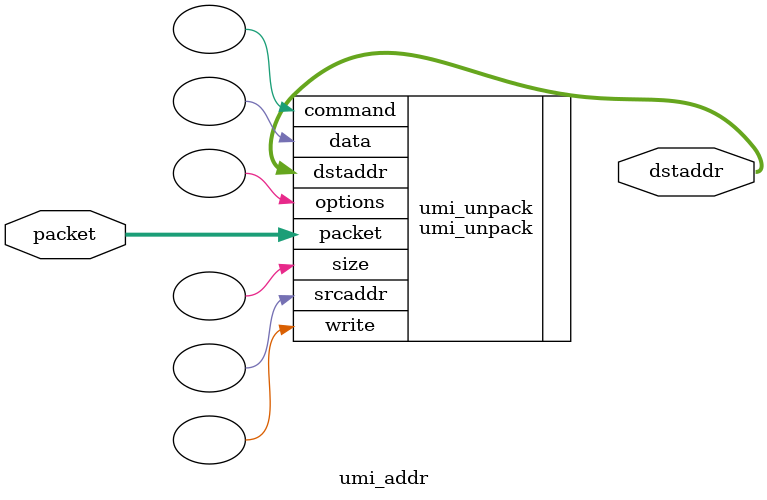
<source format=v>
/*******************************************************************************
 * Function:  UMI Packet Address Field Extractor
 * Author:    Andreas Olofsson
 * License:
 *
 ******************************************************************************/
module umi_addr
  #(parameter AW = 64,
    parameter UW = 256
    )
   (
    input [UW-1:0]  packet, // full packet
    output [AW-1:0] dstaddr // read/write target address
    );

   umi_unpack #(.UW(UW))
   umi_unpack(// Outputs
	      .write	(),
	      .command	(),
	      .size	(),
	      .options	(),
	      .dstaddr	(dstaddr[AW-1:0]),
	      .srcaddr	(),
	      .data	(),
	      // Inputs
	      .packet	(packet[UW-1:0]));

endmodule

</source>
